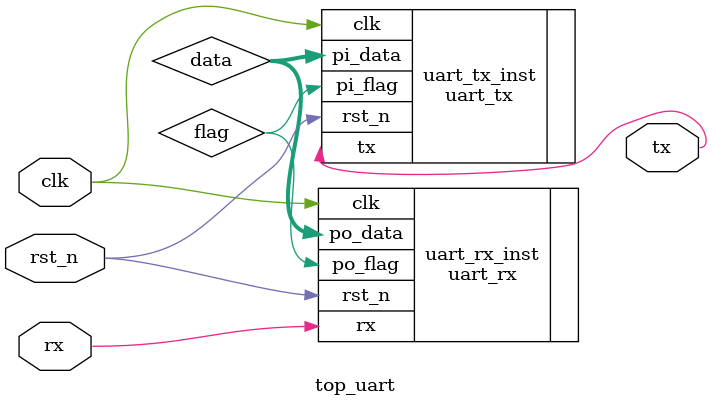
<source format=v>
module	top_uart(
input	wire		clk,
input	wire		rst_n,
input	wire		rx,

output	wire		tx
);

wire	[7:0]	data;
wire		flag;

uart_rx	uart_rx_inst(
.clk	(clk),
.rst_n	(rst_n),
.rx	(rx), 

.po_data(data), 
.po_flag(flag) 
);

uart_tx	uart_tx_inst(
.clk	(clk),
.rst_n	(rst_n),
.pi_data(data), 
.pi_flag(flag), 

.tx     (tx)
);
endmodule
</source>
